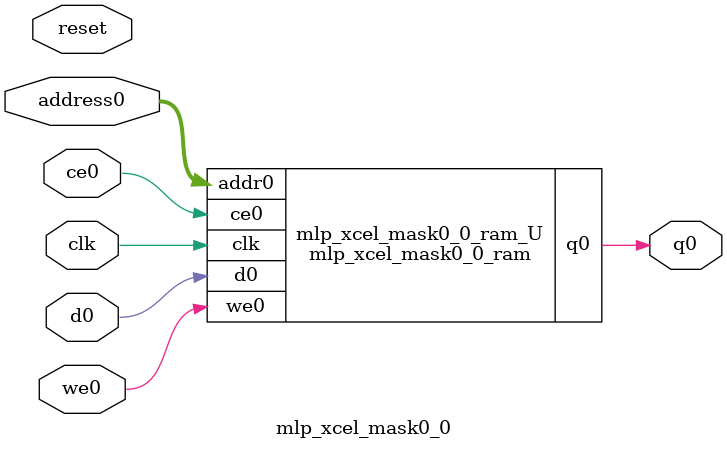
<source format=v>
`timescale 1 ns / 1 ps
module mlp_xcel_mask0_0_ram (addr0, ce0, d0, we0, q0,  clk);

parameter DWIDTH = 1;
parameter AWIDTH = 7;
parameter MEM_SIZE = 100;

input[AWIDTH-1:0] addr0;
input ce0;
input[DWIDTH-1:0] d0;
input we0;
output reg[DWIDTH-1:0] q0;
input clk;

(* ram_style = "distributed" *)reg [DWIDTH-1:0] ram[0:MEM_SIZE-1];




always @(posedge clk)  
begin 
    if (ce0) begin
        if (we0) 
            ram[addr0] <= d0; 
        q0 <= ram[addr0];
    end
end


endmodule

`timescale 1 ns / 1 ps
module mlp_xcel_mask0_0(
    reset,
    clk,
    address0,
    ce0,
    we0,
    d0,
    q0);

parameter DataWidth = 32'd1;
parameter AddressRange = 32'd100;
parameter AddressWidth = 32'd7;
input reset;
input clk;
input[AddressWidth - 1:0] address0;
input ce0;
input we0;
input[DataWidth - 1:0] d0;
output[DataWidth - 1:0] q0;



mlp_xcel_mask0_0_ram mlp_xcel_mask0_0_ram_U(
    .clk( clk ),
    .addr0( address0 ),
    .ce0( ce0 ),
    .we0( we0 ),
    .d0( d0 ),
    .q0( q0 ));

endmodule


</source>
